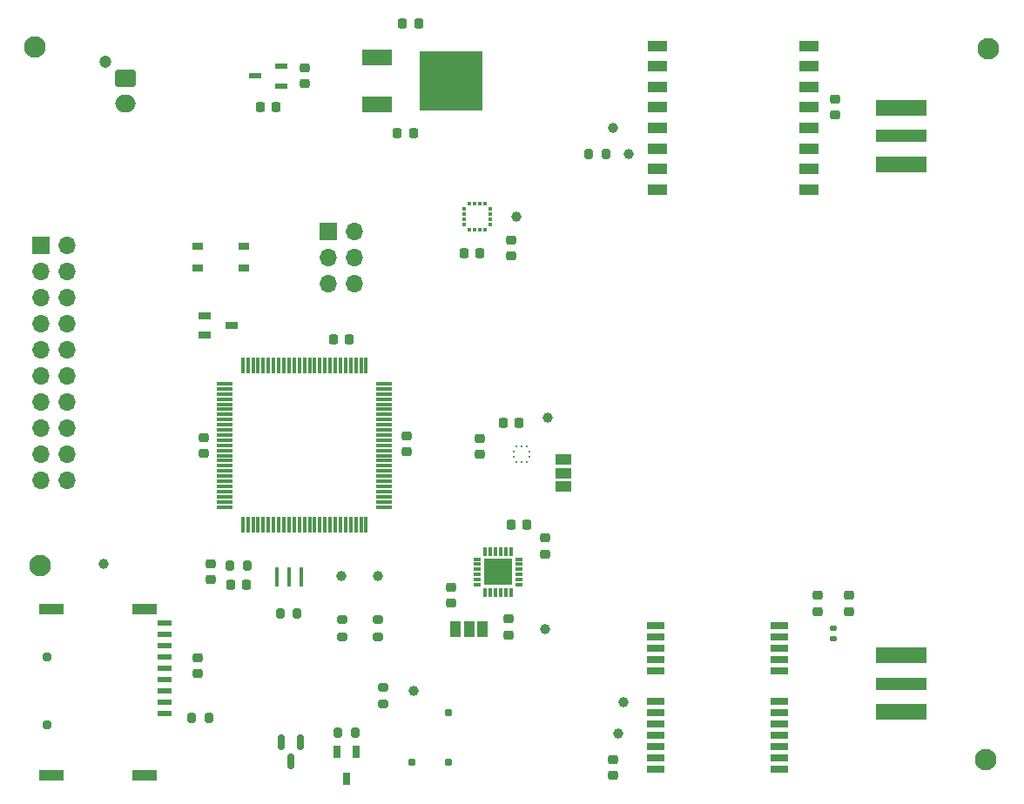
<source format=gts>
%TF.GenerationSoftware,KiCad,Pcbnew,6.0.9-8da3e8f707~116~ubuntu22.04.1*%
%TF.CreationDate,2023-09-17T15:53:30-04:00*%
%TF.ProjectId,Recovery_DoubleStage,5265636f-7665-4727-995f-446f75626c65,rev?*%
%TF.SameCoordinates,Original*%
%TF.FileFunction,Soldermask,Top*%
%TF.FilePolarity,Negative*%
%FSLAX46Y46*%
G04 Gerber Fmt 4.6, Leading zero omitted, Abs format (unit mm)*
G04 Created by KiCad (PCBNEW 6.0.9-8da3e8f707~116~ubuntu22.04.1) date 2023-09-17 15:53:30*
%MOMM*%
%LPD*%
G01*
G04 APERTURE LIST*
G04 Aperture macros list*
%AMRoundRect*
0 Rectangle with rounded corners*
0 $1 Rounding radius*
0 $2 $3 $4 $5 $6 $7 $8 $9 X,Y pos of 4 corners*
0 Add a 4 corners polygon primitive as box body*
4,1,4,$2,$3,$4,$5,$6,$7,$8,$9,$2,$3,0*
0 Add four circle primitives for the rounded corners*
1,1,$1+$1,$2,$3*
1,1,$1+$1,$4,$5*
1,1,$1+$1,$6,$7*
1,1,$1+$1,$8,$9*
0 Add four rect primitives between the rounded corners*
20,1,$1+$1,$2,$3,$4,$5,0*
20,1,$1+$1,$4,$5,$6,$7,0*
20,1,$1+$1,$6,$7,$8,$9,0*
20,1,$1+$1,$8,$9,$2,$3,0*%
G04 Aperture macros list end*
%ADD10C,1.200000*%
%ADD11RoundRect,0.250000X-0.750000X0.600000X-0.750000X-0.600000X0.750000X-0.600000X0.750000X0.600000X0*%
%ADD12O,2.000000X1.700000*%
%ADD13RoundRect,0.225000X-0.250000X0.225000X-0.250000X-0.225000X0.250000X-0.225000X0.250000X0.225000X0*%
%ADD14R,1.500000X0.300000*%
%ADD15R,0.300000X1.500000*%
%ADD16R,1.220000X0.650000*%
%ADD17R,0.275000X0.250000*%
%ADD18R,0.250000X0.275000*%
%ADD19C,1.000000*%
%ADD20R,0.300000X0.450000*%
%ADD21R,0.450000X0.300000*%
%ADD22C,2.100000*%
%ADD23RoundRect,0.225000X0.225000X0.250000X-0.225000X0.250000X-0.225000X-0.250000X0.225000X-0.250000X0*%
%ADD24R,0.800000X0.350000*%
%ADD25R,0.350000X0.850000*%
%ADD26R,2.700000X2.600000*%
%ADD27RoundRect,0.200000X-0.200000X-0.275000X0.200000X-0.275000X0.200000X0.275000X-0.200000X0.275000X0*%
%ADD28RoundRect,0.147500X-0.172500X0.147500X-0.172500X-0.147500X0.172500X-0.147500X0.172500X0.147500X0*%
%ADD29R,3.000000X1.600000*%
%ADD30R,6.200000X5.800000*%
%ADD31RoundRect,0.225000X-0.225000X-0.250000X0.225000X-0.250000X0.225000X0.250000X-0.225000X0.250000X0*%
%ADD32R,1.500000X1.000000*%
%ADD33R,1.700000X1.700000*%
%ADD34O,1.700000X1.700000*%
%ADD35RoundRect,0.200000X0.275000X-0.200000X0.275000X0.200000X-0.275000X0.200000X-0.275000X-0.200000X0*%
%ADD36RoundRect,0.200000X-0.275000X0.200000X-0.275000X-0.200000X0.275000X-0.200000X0.275000X0.200000X0*%
%ADD37RoundRect,0.200000X0.200000X0.275000X-0.200000X0.275000X-0.200000X-0.275000X0.200000X-0.275000X0*%
%ADD38R,0.650000X1.220000*%
%ADD39R,5.000000X1.200000*%
%ADD40R,5.000000X1.600000*%
%ADD41C,0.950000*%
%ADD42R,2.400000X1.100000*%
%ADD43R,1.400000X0.620000*%
%ADD44RoundRect,0.175000X0.175000X-0.175000X0.175000X0.175000X-0.175000X0.175000X-0.175000X-0.175000X0*%
%ADD45R,1.800000X0.800000*%
%ADD46RoundRect,0.225000X0.250000X-0.225000X0.250000X0.225000X-0.250000X0.225000X-0.250000X-0.225000X0*%
%ADD47R,1.950000X1.050000*%
%ADD48R,1.000000X1.500000*%
%ADD49R,1.000000X0.700000*%
%ADD50R,0.400000X1.900000*%
%ADD51R,1.200000X0.600000*%
%ADD52RoundRect,0.150000X-0.150000X0.587500X-0.150000X-0.587500X0.150000X-0.587500X0.150000X0.587500X0*%
G04 APERTURE END LIST*
D10*
%TO.C,J6*%
X23264600Y-18415200D03*
D11*
X25264600Y-20015200D03*
D12*
X25264600Y-22515200D03*
%TD*%
D13*
%TO.C,C15*%
X95605600Y-70358000D03*
X95605600Y-71908000D03*
%TD*%
D14*
%TO.C,IC1*%
X34890000Y-49750000D03*
X34890000Y-50250000D03*
X34890000Y-50750000D03*
X34890000Y-51250000D03*
X34890000Y-51750000D03*
X34890000Y-52250000D03*
X34890000Y-52750000D03*
X34890000Y-53250000D03*
X34890000Y-53750000D03*
X34890000Y-54250000D03*
X34890000Y-54750000D03*
X34890000Y-55250000D03*
X34890000Y-55750000D03*
X34890000Y-56250000D03*
X34890000Y-56750000D03*
X34890000Y-57250000D03*
X34890000Y-57750000D03*
X34890000Y-58250000D03*
X34890000Y-58750000D03*
X34890000Y-59250000D03*
X34890000Y-59750000D03*
X34890000Y-60250000D03*
X34890000Y-60750000D03*
X34890000Y-61250000D03*
X34890000Y-61750000D03*
D15*
X36640000Y-63500000D03*
X37140000Y-63500000D03*
X37640000Y-63500000D03*
X38140000Y-63500000D03*
X38640000Y-63500000D03*
X39140000Y-63500000D03*
X39640000Y-63500000D03*
X40140000Y-63500000D03*
X40640000Y-63500000D03*
X41140000Y-63500000D03*
X41640000Y-63500000D03*
X42140000Y-63500000D03*
X42640000Y-63500000D03*
X43140000Y-63500000D03*
X43640000Y-63500000D03*
X44140000Y-63500000D03*
X44640000Y-63500000D03*
X45140000Y-63500000D03*
X45640000Y-63500000D03*
X46140000Y-63500000D03*
X46640000Y-63500000D03*
X47140000Y-63500000D03*
X47640000Y-63500000D03*
X48140000Y-63500000D03*
X48640000Y-63500000D03*
D14*
X50390000Y-61750000D03*
X50390000Y-61250000D03*
X50390000Y-60750000D03*
X50390000Y-60250000D03*
X50390000Y-59750000D03*
X50390000Y-59250000D03*
X50390000Y-58750000D03*
X50390000Y-58250000D03*
X50390000Y-57750000D03*
X50390000Y-57250000D03*
X50390000Y-56750000D03*
X50390000Y-56250000D03*
X50390000Y-55750000D03*
X50390000Y-55250000D03*
X50390000Y-54750000D03*
X50390000Y-54250000D03*
X50390000Y-53750000D03*
X50390000Y-53250000D03*
X50390000Y-52750000D03*
X50390000Y-52250000D03*
X50390000Y-51750000D03*
X50390000Y-51250000D03*
X50390000Y-50750000D03*
X50390000Y-50250000D03*
X50390000Y-49750000D03*
D15*
X48640000Y-48000000D03*
X48140000Y-48000000D03*
X47640000Y-48000000D03*
X47140000Y-48000000D03*
X46640000Y-48000000D03*
X46140000Y-48000000D03*
X45640000Y-48000000D03*
X45140000Y-48000000D03*
X44640000Y-48000000D03*
X44140000Y-48000000D03*
X43640000Y-48000000D03*
X43140000Y-48000000D03*
X42640000Y-48000000D03*
X42140000Y-48000000D03*
X41640000Y-48000000D03*
X41140000Y-48000000D03*
X40640000Y-48000000D03*
X40140000Y-48000000D03*
X39640000Y-48000000D03*
X39140000Y-48000000D03*
X38640000Y-48000000D03*
X38140000Y-48000000D03*
X37640000Y-48000000D03*
X37140000Y-48000000D03*
X36640000Y-48000000D03*
%TD*%
D16*
%TO.C,D1*%
X32908000Y-43116000D03*
X32908000Y-45016000D03*
X35528000Y-44066000D03*
%TD*%
D17*
%TO.C,IC5*%
X62992500Y-56396000D03*
X62992500Y-56896000D03*
D18*
X63255500Y-57408000D03*
X63755500Y-57408000D03*
X64255500Y-57408000D03*
D17*
X64518500Y-56896000D03*
X64518500Y-56396000D03*
D18*
X64255500Y-55884000D03*
X63755500Y-55884000D03*
X63255500Y-55884000D03*
%TD*%
D19*
%TO.C,TP12*%
X49752000Y-68450000D03*
%TD*%
D20*
%TO.C,IC3*%
X60186000Y-32253000D03*
X59686000Y-32253000D03*
X59186000Y-32253000D03*
X58686000Y-32253000D03*
D21*
X58161000Y-32778000D03*
X58161000Y-33278000D03*
X58161000Y-33778000D03*
X58161000Y-34278000D03*
D20*
X58686000Y-34803000D03*
X59186000Y-34803000D03*
X59686000Y-34803000D03*
X60186000Y-34803000D03*
D21*
X60711000Y-34278000D03*
X60711000Y-33778000D03*
X60711000Y-33278000D03*
X60711000Y-32778000D03*
%TD*%
D22*
%TO.C,H2*%
X108915200Y-86360000D03*
%TD*%
%TO.C,H4*%
X109169200Y-17170400D03*
%TD*%
D19*
%TO.C,TP14*%
X53263000Y-79606000D03*
%TD*%
D23*
%TO.C,C21*%
X59703000Y-37084000D03*
X58153000Y-37084000D03*
%TD*%
D24*
%TO.C,IC6*%
X59468000Y-66822000D03*
X59468000Y-67322000D03*
X59468000Y-67822000D03*
X59468000Y-68322000D03*
X59468000Y-68822000D03*
X59468000Y-69322000D03*
D25*
X60218000Y-70047000D03*
X60718000Y-70047000D03*
X61218000Y-70047000D03*
X61718000Y-70047000D03*
X62218000Y-70047000D03*
X62718000Y-70047000D03*
D24*
X63468000Y-69322000D03*
X63468000Y-68822000D03*
X63468000Y-68322000D03*
X63468000Y-67822000D03*
X63468000Y-67322000D03*
X63468000Y-66822000D03*
D25*
X62718000Y-66097000D03*
X62218000Y-66097000D03*
X61718000Y-66097000D03*
X61218000Y-66097000D03*
X60718000Y-66097000D03*
X60218000Y-66097000D03*
D26*
X61468000Y-68072000D03*
%TD*%
D13*
%TO.C,C22*%
X62747000Y-35801000D03*
X62747000Y-37351000D03*
%TD*%
D27*
%TO.C,R2*%
X35402000Y-67434000D03*
X37052000Y-67434000D03*
%TD*%
D19*
%TO.C,TP10*%
X73152000Y-83820000D03*
%TD*%
%TO.C,TP2*%
X66040000Y-73660000D03*
%TD*%
%TO.C,TP13*%
X46196000Y-68450000D03*
%TD*%
D28*
%TO.C,L1*%
X94081600Y-73553600D03*
X94081600Y-74523600D03*
%TD*%
D13*
%TO.C,C3*%
X33528000Y-67297000D03*
X33528000Y-68847000D03*
%TD*%
D29*
%TO.C,U1*%
X49716000Y-18035000D03*
D30*
X56896000Y-20320000D03*
D29*
X49716000Y-22605000D03*
%TD*%
D31*
%TO.C,C10*%
X61964500Y-53598000D03*
X63514500Y-53598000D03*
%TD*%
D32*
%TO.C,JP1*%
X67819500Y-57154000D03*
X67819500Y-58454000D03*
X67819500Y-59754000D03*
%TD*%
D33*
%TO.C,J1*%
X44921000Y-34937000D03*
D34*
X47461000Y-34937000D03*
X44921000Y-37477000D03*
X47461000Y-37477000D03*
X44921000Y-40017000D03*
X47461000Y-40017000D03*
%TD*%
D13*
%TO.C,C5*%
X32870000Y-54985000D03*
X32870000Y-56535000D03*
%TD*%
%TO.C,C7*%
X66028000Y-64785000D03*
X66028000Y-66335000D03*
%TD*%
D22*
%TO.C,H3*%
X16459200Y-16967200D03*
%TD*%
D27*
%TO.C,R7*%
X45898000Y-83670000D03*
X47548000Y-83670000D03*
%TD*%
%TO.C,R1*%
X40300000Y-72130000D03*
X41950000Y-72130000D03*
%TD*%
D35*
%TO.C,R3*%
X46323000Y-74355000D03*
X46323000Y-72705000D03*
%TD*%
D19*
%TO.C,TP1*%
X63255000Y-33528000D03*
%TD*%
%TO.C,TP5*%
X72644000Y-24892000D03*
%TD*%
D23*
%TO.C,C1*%
X37002000Y-69339000D03*
X35452000Y-69339000D03*
%TD*%
D36*
%TO.C,R6*%
X50279000Y-79302000D03*
X50279000Y-80952000D03*
%TD*%
D37*
%TO.C,R8*%
X71945000Y-27432000D03*
X70295000Y-27432000D03*
%TD*%
D13*
%TO.C,C14*%
X92557600Y-70358000D03*
X92557600Y-71908000D03*
%TD*%
D38*
%TO.C,D2*%
X47686000Y-85558000D03*
X45786000Y-85558000D03*
X46736000Y-88178000D03*
%TD*%
D19*
%TO.C,TP11*%
X73660000Y-80772000D03*
%TD*%
D13*
%TO.C,C12*%
X94262726Y-22085000D03*
X94262726Y-23635000D03*
%TD*%
D23*
%TO.C,C4*%
X46980000Y-45460000D03*
X45430000Y-45460000D03*
%TD*%
D39*
%TO.C,J3*%
X100657000Y-78943200D03*
D40*
X100657000Y-76173200D03*
X100657000Y-81713200D03*
%TD*%
D41*
%TO.C,J5*%
X17641000Y-82961000D03*
X17641000Y-76361000D03*
D42*
X27061000Y-71681000D03*
X18061000Y-71681000D03*
X18061000Y-87831000D03*
X27061000Y-87831000D03*
D43*
X29061000Y-81861000D03*
X29061000Y-80761000D03*
X29061000Y-79661000D03*
X29061000Y-78561000D03*
X29061000Y-77461000D03*
X29061000Y-76361000D03*
X29061000Y-75261000D03*
X29061000Y-74161000D03*
X29061000Y-73061000D03*
%TD*%
D23*
%TO.C,C6*%
X64275000Y-63500000D03*
X62725000Y-63500000D03*
%TD*%
D44*
%TO.C,BZ1*%
X53086000Y-86563200D03*
X56642000Y-86563200D03*
X56642000Y-81737200D03*
%TD*%
D23*
%TO.C,C18*%
X53217000Y-25400000D03*
X51667000Y-25400000D03*
%TD*%
D45*
%TO.C,IC4*%
X88804000Y-87264000D03*
X88804000Y-86164000D03*
X88804000Y-85064000D03*
X88804000Y-83964000D03*
X88804000Y-82864000D03*
X88804000Y-81764000D03*
X88804000Y-80664000D03*
X88804000Y-77664000D03*
X88804000Y-76564000D03*
X88804000Y-75464000D03*
X88804000Y-74364000D03*
X88804000Y-73264000D03*
X76804000Y-73264000D03*
X76804000Y-74364000D03*
X76804000Y-75464000D03*
X76804000Y-76564000D03*
X76804000Y-77664000D03*
X76804000Y-80664000D03*
X76804000Y-81764000D03*
X76804000Y-82864000D03*
X76804000Y-83964000D03*
X76804000Y-85064000D03*
X76804000Y-86164000D03*
X76804000Y-87264000D03*
%TD*%
D46*
%TO.C,C16*%
X32253000Y-77991000D03*
X32253000Y-76441000D03*
%TD*%
D39*
%TO.C,J4*%
X100690000Y-25654000D03*
D40*
X100690000Y-22884000D03*
X100690000Y-28424000D03*
%TD*%
D46*
%TO.C,C20*%
X42672000Y-20587000D03*
X42672000Y-19037000D03*
%TD*%
D13*
%TO.C,C8*%
X62484000Y-72644000D03*
X62484000Y-74194000D03*
%TD*%
D46*
%TO.C,C2*%
X52555000Y-56395000D03*
X52555000Y-54845000D03*
%TD*%
D33*
%TO.C,J2*%
X17013000Y-36327000D03*
D34*
X19553000Y-36327000D03*
X17013000Y-38867000D03*
X19553000Y-38867000D03*
X17013000Y-41407000D03*
X19553000Y-41407000D03*
X17013000Y-43947000D03*
X19553000Y-43947000D03*
X17013000Y-46487000D03*
X19553000Y-46487000D03*
X17013000Y-49027000D03*
X19553000Y-49027000D03*
X17013000Y-51567000D03*
X19553000Y-51567000D03*
X17013000Y-54107000D03*
X19553000Y-54107000D03*
X17013000Y-56647000D03*
X19553000Y-56647000D03*
X17013000Y-59187000D03*
X19553000Y-59187000D03*
%TD*%
D35*
%TO.C,R4*%
X49752000Y-74355000D03*
X49752000Y-72705000D03*
%TD*%
D47*
%TO.C,U2*%
X76928000Y-16876000D03*
X76928000Y-18876000D03*
X76928000Y-20876000D03*
X76928000Y-22876000D03*
X76928000Y-24876000D03*
X76928000Y-26876000D03*
X76928000Y-28876000D03*
X76928000Y-30876000D03*
X91728000Y-30876000D03*
X91728000Y-28876000D03*
X91728000Y-26876000D03*
X91728000Y-24876000D03*
X91728000Y-22876000D03*
X91728000Y-20876000D03*
X91728000Y-18876000D03*
X91728000Y-16876000D03*
%TD*%
D19*
%TO.C,TP6*%
X74168000Y-27432000D03*
%TD*%
D48*
%TO.C,JP2*%
X59944000Y-73660000D03*
X58644000Y-73660000D03*
X57344000Y-73660000D03*
%TD*%
D22*
%TO.C,H1*%
X16967200Y-67411600D03*
%TD*%
D19*
%TO.C,TP3*%
X66295500Y-53090000D03*
%TD*%
D27*
%TO.C,R9*%
X31687000Y-82296000D03*
X33337000Y-82296000D03*
%TD*%
D31*
%TO.C,C19*%
X38341000Y-22860000D03*
X39891000Y-22860000D03*
%TD*%
D49*
%TO.C,SW1*%
X36762000Y-38537000D03*
X32262000Y-38537000D03*
X36762000Y-36387000D03*
X32262000Y-36387000D03*
%TD*%
D13*
%TO.C,C13*%
X72644000Y-86334000D03*
X72644000Y-87884000D03*
%TD*%
D50*
%TO.C,Y1*%
X39925000Y-68530000D03*
X41125000Y-68530000D03*
X42325000Y-68530000D03*
%TD*%
D51*
%TO.C,IC2*%
X40366000Y-20762000D03*
X40366000Y-18862000D03*
X37866000Y-19812000D03*
%TD*%
D13*
%TO.C,C11*%
X59691500Y-55096000D03*
X59691500Y-56646000D03*
%TD*%
D52*
%TO.C,Q1*%
X42250400Y-84609700D03*
X40350400Y-84609700D03*
X41300400Y-86484700D03*
%TD*%
D19*
%TO.C,TP4*%
X23114000Y-67310000D03*
%TD*%
D46*
%TO.C,C9*%
X56896000Y-71120000D03*
X56896000Y-69570000D03*
%TD*%
D31*
%TO.C,C17*%
X52175000Y-14732000D03*
X53725000Y-14732000D03*
%TD*%
M02*

</source>
